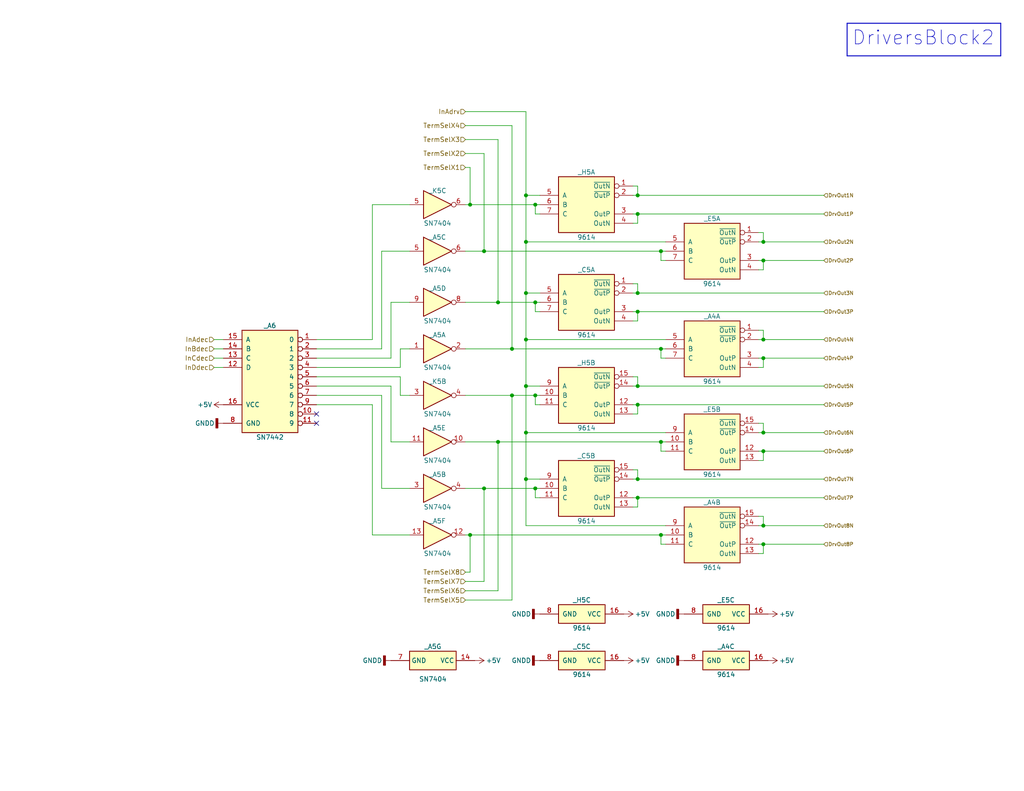
<source format=kicad_sch>
(kicad_sch (version 20230121) (generator eeschema)
  (paper "USLetter")
  (lib_symbols
    (symbol "local:9614" (pin_names (offset 1.016))
      (property "Reference" "U" (at 0 8.89 0))
      (property "Value" "9614" (at 0 -8.89 0))
      (symbol "9614_1_0"
        (pin bidirectional inverted (at 12.7 5.08 180) (length 5.08) (name "~{OutN}") (number "1"))
        (pin output inverted (at 12.7 2.54 180) (length 5.08) (name "~{OutP}") (number "2"))
        (pin output line (at 12.7 -2.54 180) (length 5.08) (name "OutP") (number "3"))
        (pin bidirectional line (at 12.7 -5.08 180) (length 5.08) (name "OutN") (number "4"))
        (pin input line (at -12.7 2.54 0) (length 5.08) (name "A") (number "5"))
        (pin input line (at -12.7 0 0) (length 5.08) (name "B") (number "6"))
        (pin input line (at -12.7 -2.54 0) (length 5.08) (name "C") (number "7"))
      )
      (symbol "9614_1_1"
        (rectangle (start -7.62 7.62) (end 7.62 -7.62) (stroke (width 0.254)) (fill (type background)))
      )
      (symbol "9614_2_0"
        (pin input line (at -12.7 0 0) (length 5.08) (name "B") (number "10"))
        (pin input line (at -12.7 -2.54 0) (length 5.08) (name "C") (number "11"))
        (pin output line (at 12.7 -2.54 180) (length 5.08) (name "OutP") (number "12"))
        (pin bidirectional line (at 12.7 -5.08 180) (length 5.08) (name "OutN") (number "13"))
        (pin output inverted (at 12.7 2.54 180) (length 5.08) (name "~{OutP}") (number "14"))
        (pin bidirectional inverted (at 12.7 5.08 180) (length 5.08) (name "~{OutN}") (number "15"))
        (pin input line (at -12.7 2.54 0) (length 5.08) (name "A") (number "9"))
      )
      (symbol "9614_2_1"
        (rectangle (start -7.62 7.62) (end 7.62 -7.62) (stroke (width 0.254)) (fill (type background)))
      )
      (symbol "9614_3_0"
        (pin power_in line (at 11.43 0 180) (length 5.08) (name "VCC") (number "16"))
        (pin power_in line (at -11.43 0 0) (length 5.08) (name "GND") (number "8"))
      )
      (symbol "9614_3_1"
        (rectangle (start -6.35 2.54) (end 6.35 -2.54) (stroke (width 0.254)) (fill (type background)))
      )
    )
    (symbol "local:SN7404"
      (property "Reference" "U" (at 0 3.81 0))
      (property "Value" "SN7404" (at 0 -5.08 0))
      (symbol "SN7404_1_0"
        (polyline (pts (xy -3.81 3.81) (xy -3.81 -3.81) (xy 3.81 0) (xy -3.81 3.81)) (stroke (width 0.254)) (fill (type background)))
        (pin input line (at -7.62 0 0) (length 3.81) (name "~") (number "1"))
        (pin output inverted (at 7.62 0 180) (length 3.81) (name "~") (number "2"))
      )
      (symbol "SN7404_2_0"
        (polyline (pts (xy -3.81 3.81) (xy -3.81 -3.81) (xy 3.81 0) (xy -3.81 3.81)) (stroke (width 0.254)) (fill (type background)))
        (pin input line (at -7.62 0 0) (length 3.81) (name "~") (number "3"))
        (pin output inverted (at 7.62 0 180) (length 3.81) (name "~") (number "4"))
      )
      (symbol "SN7404_3_0"
        (polyline (pts (xy -3.81 3.81) (xy -3.81 -3.81) (xy 3.81 0) (xy -3.81 3.81)) (stroke (width 0.254)) (fill (type background)))
        (pin input line (at -7.62 0 0) (length 3.81) (name "~") (number "5"))
        (pin output inverted (at 7.62 0 180) (length 3.81) (name "~") (number "6"))
      )
      (symbol "SN7404_4_0"
        (polyline (pts (xy -3.81 3.81) (xy -3.81 -3.81) (xy 3.81 0) (xy -3.81 3.81)) (stroke (width 0.254)) (fill (type background)))
        (pin output inverted (at 7.62 0 180) (length 3.81) (name "~") (number "8"))
        (pin input line (at -7.62 0 0) (length 3.81) (name "~") (number "9"))
      )
      (symbol "SN7404_5_0"
        (polyline (pts (xy -3.81 3.81) (xy -3.81 -3.81) (xy 3.81 0) (xy -3.81 3.81)) (stroke (width 0.254)) (fill (type background)))
        (pin output inverted (at 7.62 0 180) (length 3.81) (name "~") (number "10"))
        (pin input line (at -7.62 0 0) (length 3.81) (name "~") (number "11"))
      )
      (symbol "SN7404_6_0"
        (polyline (pts (xy -3.81 3.81) (xy -3.81 -3.81) (xy 3.81 0) (xy -3.81 3.81)) (stroke (width 0.254)) (fill (type background)))
        (pin output inverted (at 7.62 0 180) (length 3.81) (name "~") (number "12"))
        (pin input line (at -7.62 0 0) (length 3.81) (name "~") (number "13"))
      )
      (symbol "SN7404_7_0"
        (pin power_in line (at 11.43 0 180) (length 5.08) (name "VCC") (number "14"))
        (pin power_in line (at -11.43 0 0) (length 5.08) (name "GND") (number "7"))
      )
      (symbol "SN7404_7_1"
        (rectangle (start -6.35 2.54) (end 6.35 -2.54) (stroke (width 0.254)) (fill (type background)))
      )
    )
    (symbol "local:SN7442" (pin_names (offset 1.016))
      (property "Reference" "U" (at 0 13.97 0))
      (property "Value" "SN7442" (at 0 -16.51 0))
      (symbol "SN7442_1_0"
        (pin output inverted (at 12.7 10.16 180) (length 5.08) (name "0") (number "1"))
        (pin output inverted (at 12.7 -10.16 180) (length 5.08) (name "8") (number "10"))
        (pin output inverted (at 12.7 -12.7 180) (length 5.08) (name "9") (number "11"))
        (pin input line (at -12.7 2.54 0) (length 5.08) (name "D") (number "12"))
        (pin input line (at -12.7 5.08 0) (length 5.08) (name "C") (number "13"))
        (pin input line (at -12.7 7.62 0) (length 5.08) (name "B") (number "14"))
        (pin input line (at -12.7 10.16 0) (length 5.08) (name "A") (number "15"))
        (pin power_in line (at -12.7 -7.62 0) (length 5.08) (name "VCC") (number "16"))
        (pin output inverted (at 12.7 7.62 180) (length 5.08) (name "1") (number "2"))
        (pin output inverted (at 12.7 5.08 180) (length 5.08) (name "2") (number "3"))
        (pin output inverted (at 12.7 2.54 180) (length 5.08) (name "3") (number "4"))
        (pin output inverted (at 12.7 0 180) (length 5.08) (name "4") (number "5"))
        (pin output inverted (at 12.7 -2.54 180) (length 5.08) (name "5") (number "6"))
        (pin output inverted (at 12.7 -5.08 180) (length 5.08) (name "6") (number "7"))
        (pin power_in line (at -12.7 -12.7 0) (length 5.08) (name "GND") (number "8"))
        (pin output inverted (at 12.7 -7.62 180) (length 5.08) (name "7") (number "9"))
      )
      (symbol "SN7442_1_1"
        (rectangle (start -7.62 12.7) (end 7.62 -15.24) (stroke (width 0.254)) (fill (type background)))
      )
    )
    (symbol "power:+5V" (power) (pin_names (offset 0))
      (property "Value" "+5V" (at 0 3.556 0))
      (symbol "+5V_0_1"
        (polyline (pts (xy -0.762 1.27) (xy 0 2.54)))
        (polyline (pts (xy 0 0) (xy 0 2.54)))
        (polyline (pts (xy 0 2.54) (xy 0.762 1.27)))
      )
      (symbol "+5V_1_1"
        (pin power_in line (at 0 0 90) (length 0) hide (name "+5V") (number "1"))
      )
    )
    (symbol "power:GNDD" (power) (pin_names (offset 0))
      (property "Value" "GNDD" (at 0 -3.175 0))
      (symbol "GNDD_0_1"
        (rectangle (start -1.27 -1.524) (end 1.27 -2.032) (stroke (width 0.254)) (fill (type outline)))
        (polyline (pts (xy 0 0) (xy 0 -1.524)))
      )
      (symbol "GNDD_1_1"
        (pin power_in line (at 0 0 270) (length 0) hide (name "GNDD") (number "1"))
      )
    )
  )
  (junction (at 143.51 53.34))
  (junction (at 128.27 146.05))
  (junction (at 180.34 120.65))
  (junction (at 208.28 97.79))
  (junction (at 139.7 107.95))
  (junction (at 143.51 105.41))
  (junction (at 143.51 130.81))
  (junction (at 143.51 80.01))
  (junction (at 208.28 143.51))
  (junction (at 143.51 66.04))
  (junction (at 180.34 68.58))
  (junction (at 173.99 53.34))
  (junction (at 208.28 118.11))
  (junction (at 146.05 133.35))
  (junction (at 173.99 110.49))
  (junction (at 208.28 71.12))
  (junction (at 173.99 58.42))
  (junction (at 135.89 82.55))
  (junction (at 173.99 135.89))
  (junction (at 146.05 107.95))
  (junction (at 208.28 66.04))
  (junction (at 135.89 120.65))
  (junction (at 132.08 68.58))
  (junction (at 180.34 146.05))
  (junction (at 143.51 118.11))
  (junction (at 173.99 105.41))
  (junction (at 143.51 92.71))
  (junction (at 173.99 85.09))
  (junction (at 173.99 80.01))
  (junction (at 132.08 133.35))
  (junction (at 208.28 123.19))
  (junction (at 139.7 95.25))
  (junction (at 173.99 130.81))
  (junction (at 208.28 92.71))
  (junction (at 180.34 95.25))
  (junction (at 146.05 55.88))
  (junction (at 128.27 55.88))
  (junction (at 208.28 148.59))
  (junction (at 146.05 82.55))
  (no_connect (at 86.36 113.03))
  (no_connect (at 86.36 115.57))
  (wire (pts (xy 86.36 100.33) (xy 109.22 100.33)))
  (wire (pts (xy 173.99 53.34) (xy 224.79 53.34)))
  (wire (pts (xy 208.28 118.11) (xy 207.01 118.11)))
  (wire (pts (xy 180.34 71.12) (xy 180.34 68.58)))
  (wire (pts (xy 143.51 105.41) (xy 143.51 118.11)))
  (wire (pts (xy 208.28 92.71) (xy 224.79 92.71)))
  (wire (pts (xy 132.08 133.35) (xy 146.05 133.35)))
  (wire (pts (xy 208.28 148.59) (xy 207.01 148.59)))
  (wire (pts (xy 181.61 97.79) (xy 180.34 97.79)))
  (wire (pts (xy 173.99 130.81) (xy 224.79 130.81)))
  (polyline (pts (xy 273.05 15.24) (xy 273.05 6.35)) (stroke (width 0.254) (type solid)))
  (wire (pts (xy 104.14 107.95) (xy 104.14 133.35)))
  (wire (pts (xy 208.28 66.04) (xy 224.79 66.04)))
  (wire (pts (xy 139.7 34.29) (xy 139.7 95.25)))
  (wire (pts (xy 207.01 73.66) (xy 208.28 73.66)))
  (wire (pts (xy 147.32 110.49) (xy 146.05 110.49)))
  (wire (pts (xy 172.72 80.01) (xy 173.99 80.01)))
  (wire (pts (xy 146.05 85.09) (xy 146.05 82.55)))
  (wire (pts (xy 146.05 55.88) (xy 147.32 55.88)))
  (wire (pts (xy 172.72 138.43) (xy 173.99 138.43)))
  (wire (pts (xy 128.27 156.21) (xy 128.27 146.05)))
  (wire (pts (xy 128.27 55.88) (xy 146.05 55.88)))
  (wire (pts (xy 173.99 128.27) (xy 173.99 130.81)))
  (wire (pts (xy 181.61 95.25) (xy 180.34 95.25)))
  (wire (pts (xy 58.42 92.71) (xy 60.96 92.71)))
  (wire (pts (xy 143.51 30.48) (xy 127 30.48)))
  (wire (pts (xy 127 120.65) (xy 135.89 120.65)))
  (wire (pts (xy 143.51 92.71) (xy 143.51 105.41)))
  (wire (pts (xy 208.28 92.71) (xy 207.01 92.71)))
  (wire (pts (xy 127 55.88) (xy 128.27 55.88)))
  (wire (pts (xy 147.32 58.42) (xy 146.05 58.42)))
  (wire (pts (xy 180.34 68.58) (xy 181.61 68.58)))
  (wire (pts (xy 173.99 102.87) (xy 173.99 105.41)))
  (wire (pts (xy 101.6 92.71) (xy 101.6 55.88)))
  (wire (pts (xy 127 146.05) (xy 128.27 146.05)))
  (polyline (pts (xy 273.05 6.35) (xy 231.14 6.35)))
  (wire (pts (xy 146.05 110.49) (xy 146.05 107.95)))
  (polyline (pts (xy 231.14 15.24) (xy 273.05 15.24)) (stroke (width 0.254) (type solid)))
  (wire (pts (xy 208.28 143.51) (xy 207.01 143.51)))
  (wire (pts (xy 180.34 97.79) (xy 180.34 95.25)))
  (wire (pts (xy 135.89 161.29) (xy 135.89 120.65)))
  (wire (pts (xy 104.14 95.25) (xy 104.14 68.58)))
  (wire (pts (xy 173.99 58.42) (xy 224.79 58.42)))
  (wire (pts (xy 172.72 58.42) (xy 173.99 58.42)))
  (wire (pts (xy 139.7 163.83) (xy 139.7 107.95)))
  (wire (pts (xy 128.27 45.72) (xy 128.27 55.88)))
  (wire (pts (xy 86.36 102.87) (xy 109.22 102.87)))
  (wire (pts (xy 208.28 115.57) (xy 208.28 118.11)))
  (wire (pts (xy 207.01 90.17) (xy 208.28 90.17)))
  (wire (pts (xy 127 41.91) (xy 132.08 41.91)))
  (wire (pts (xy 173.99 138.43) (xy 173.99 135.89)))
  (wire (pts (xy 208.28 66.04) (xy 207.01 66.04)))
  (wire (pts (xy 60.96 100.33) (xy 58.42 100.33)))
  (wire (pts (xy 172.72 102.87) (xy 173.99 102.87)))
  (wire (pts (xy 86.36 107.95) (xy 104.14 107.95)))
  (wire (pts (xy 139.7 95.25) (xy 127 95.25)))
  (wire (pts (xy 207.01 125.73) (xy 208.28 125.73)))
  (wire (pts (xy 208.28 118.11) (xy 224.79 118.11)))
  (wire (pts (xy 172.72 50.8) (xy 173.99 50.8)))
  (wire (pts (xy 173.99 105.41) (xy 224.79 105.41)))
  (wire (pts (xy 172.72 113.03) (xy 173.99 113.03)))
  (wire (pts (xy 172.72 87.63) (xy 173.99 87.63)))
  (wire (pts (xy 106.68 105.41) (xy 106.68 120.65)))
  (wire (pts (xy 208.28 63.5) (xy 208.28 66.04)))
  (wire (pts (xy 132.08 68.58) (xy 180.34 68.58)))
  (wire (pts (xy 109.22 102.87) (xy 109.22 107.95)))
  (wire (pts (xy 173.99 77.47) (xy 173.99 80.01)))
  (wire (pts (xy 208.28 140.97) (xy 208.28 143.51)))
  (wire (pts (xy 86.36 92.71) (xy 101.6 92.71)))
  (wire (pts (xy 143.51 118.11) (xy 143.51 130.81)))
  (wire (pts (xy 180.34 120.65) (xy 181.61 120.65)))
  (wire (pts (xy 173.99 85.09) (xy 224.79 85.09)))
  (wire (pts (xy 173.99 110.49) (xy 224.79 110.49)))
  (wire (pts (xy 101.6 55.88) (xy 111.76 55.88)))
  (wire (pts (xy 173.99 135.89) (xy 224.79 135.89)))
  (wire (pts (xy 139.7 107.95) (xy 146.05 107.95)))
  (wire (pts (xy 181.61 123.19) (xy 180.34 123.19)))
  (wire (pts (xy 208.28 71.12) (xy 224.79 71.12)))
  (wire (pts (xy 207.01 115.57) (xy 208.28 115.57)))
  (wire (pts (xy 207.01 140.97) (xy 208.28 140.97)))
  (wire (pts (xy 146.05 133.35) (xy 147.32 133.35)))
  (wire (pts (xy 127 161.29) (xy 135.89 161.29)))
  (wire (pts (xy 172.72 77.47) (xy 173.99 77.47)))
  (wire (pts (xy 109.22 100.33) (xy 109.22 95.25)))
  (wire (pts (xy 208.28 148.59) (xy 224.79 148.59)))
  (wire (pts (xy 132.08 41.91) (xy 132.08 68.58)))
  (wire (pts (xy 146.05 107.95) (xy 147.32 107.95)))
  (wire (pts (xy 208.28 100.33) (xy 208.28 97.79)))
  (wire (pts (xy 208.28 73.66) (xy 208.28 71.12)))
  (wire (pts (xy 86.36 105.41) (xy 106.68 105.41)))
  (wire (pts (xy 172.72 130.81) (xy 173.99 130.81)))
  (wire (pts (xy 147.32 53.34) (xy 143.51 53.34)))
  (wire (pts (xy 127 133.35) (xy 132.08 133.35)))
  (wire (pts (xy 60.96 95.25) (xy 58.42 95.25)))
  (wire (pts (xy 172.72 105.41) (xy 173.99 105.41)))
  (wire (pts (xy 106.68 97.79) (xy 106.68 82.55)))
  (wire (pts (xy 127 34.29) (xy 139.7 34.29)))
  (wire (pts (xy 106.68 82.55) (xy 111.76 82.55)))
  (wire (pts (xy 143.51 30.48) (xy 143.51 53.34)))
  (wire (pts (xy 146.05 82.55) (xy 147.32 82.55)))
  (wire (pts (xy 172.72 110.49) (xy 173.99 110.49)))
  (wire (pts (xy 132.08 158.75) (xy 132.08 133.35)))
  (wire (pts (xy 127 38.1) (xy 135.89 38.1)))
  (wire (pts (xy 208.28 71.12) (xy 207.01 71.12)))
  (wire (pts (xy 101.6 146.05) (xy 111.76 146.05)))
  (wire (pts (xy 173.99 60.96) (xy 173.99 58.42)))
  (wire (pts (xy 181.61 66.04) (xy 143.51 66.04)))
  (wire (pts (xy 127 158.75) (xy 132.08 158.75)))
  (wire (pts (xy 109.22 107.95) (xy 111.76 107.95)))
  (wire (pts (xy 181.61 71.12) (xy 180.34 71.12)))
  (wire (pts (xy 86.36 95.25) (xy 104.14 95.25)))
  (wire (pts (xy 143.51 53.34) (xy 143.51 66.04)))
  (wire (pts (xy 146.05 58.42) (xy 146.05 55.88)))
  (polyline (pts (xy 273.05 6.35) (xy 231.14 6.35)) (stroke (width 0.254) (type solid)))
  (wire (pts (xy 127 163.83) (xy 139.7 163.83)))
  (wire (pts (xy 106.68 120.65) (xy 111.76 120.65)))
  (wire (pts (xy 181.61 143.51) (xy 143.51 143.51)))
  (wire (pts (xy 181.61 148.59) (xy 180.34 148.59)))
  (wire (pts (xy 86.36 110.49) (xy 101.6 110.49)))
  (wire (pts (xy 143.51 143.51) (xy 143.51 130.81)))
  (wire (pts (xy 127 107.95) (xy 139.7 107.95)))
  (wire (pts (xy 208.28 97.79) (xy 207.01 97.79)))
  (wire (pts (xy 172.72 60.96) (xy 173.99 60.96)))
  (wire (pts (xy 58.42 97.79) (xy 60.96 97.79)))
  (wire (pts (xy 147.32 80.01) (xy 143.51 80.01)))
  (wire (pts (xy 104.14 133.35) (xy 111.76 133.35)))
  (wire (pts (xy 143.51 80.01) (xy 143.51 92.71)))
  (wire (pts (xy 180.34 123.19) (xy 180.34 120.65)))
  (wire (pts (xy 109.22 95.25) (xy 111.76 95.25)))
  (wire (pts (xy 147.32 105.41) (xy 143.51 105.41)))
  (wire (pts (xy 207.01 63.5) (xy 208.28 63.5)))
  (polyline (pts (xy 231.14 6.35) (xy 231.14 15.24)) (stroke (width 0.254) (type solid)))
  (wire (pts (xy 172.72 128.27) (xy 173.99 128.27)))
  (wire (pts (xy 208.28 143.51) (xy 224.79 143.51)))
  (wire (pts (xy 181.61 118.11) (xy 143.51 118.11)))
  (wire (pts (xy 172.72 135.89) (xy 173.99 135.89)))
  (wire (pts (xy 180.34 148.59) (xy 180.34 146.05)))
  (wire (pts (xy 173.99 113.03) (xy 173.99 110.49)))
  (wire (pts (xy 146.05 135.89) (xy 146.05 133.35)))
  (wire (pts (xy 127 45.72) (xy 128.27 45.72)))
  (wire (pts (xy 173.99 87.63) (xy 173.99 85.09)))
  (wire (pts (xy 127 68.58) (xy 132.08 68.58)))
  (wire (pts (xy 104.14 68.58) (xy 111.76 68.58)))
  (wire (pts (xy 127 156.21) (xy 128.27 156.21)))
  (wire (pts (xy 101.6 110.49) (xy 101.6 146.05)))
  (wire (pts (xy 135.89 38.1) (xy 135.89 82.55)))
  (wire (pts (xy 173.99 80.01) (xy 224.79 80.01)))
  (wire (pts (xy 208.28 125.73) (xy 208.28 123.19)))
  (wire (pts (xy 128.27 146.05) (xy 180.34 146.05)))
  (wire (pts (xy 208.28 90.17) (xy 208.28 92.71)))
  (wire (pts (xy 173.99 50.8) (xy 173.99 53.34)))
  (wire (pts (xy 181.61 92.71) (xy 143.51 92.71)))
  (wire (pts (xy 208.28 151.13) (xy 208.28 148.59)))
  (wire (pts (xy 86.36 97.79) (xy 106.68 97.79)))
  (wire (pts (xy 135.89 82.55) (xy 146.05 82.55)))
  (wire (pts (xy 127 82.55) (xy 135.89 82.55)))
  (wire (pts (xy 143.51 130.81) (xy 147.32 130.81)))
  (wire (pts (xy 180.34 146.05) (xy 181.61 146.05)))
  (wire (pts (xy 180.34 95.25) (xy 139.7 95.25)))
  (wire (pts (xy 172.72 53.34) (xy 173.99 53.34)))
  (wire (pts (xy 143.51 66.04) (xy 143.51 80.01)))
  (wire (pts (xy 147.32 135.89) (xy 146.05 135.89)))
  (wire (pts (xy 208.28 97.79) (xy 224.79 97.79)))
  (wire (pts (xy 147.32 85.09) (xy 146.05 85.09)))
  (wire (pts (xy 208.28 123.19) (xy 224.79 123.19)))
  (wire (pts (xy 207.01 151.13) (xy 208.28 151.13)))
  (wire (pts (xy 207.01 100.33) (xy 208.28 100.33)))
  (wire (pts (xy 208.28 123.19) (xy 207.01 123.19)))
  (wire (pts (xy 135.89 120.65) (xy 180.34 120.65)))
  (wire (pts (xy 172.72 85.09) (xy 173.99 85.09)))
  (text "DriversBlock2" (at 232.41 12.7 0) (effects (font (size 3.81 3.81)) (justify left bottom)))
  (hierarchical_label "TermSelX1" (shape input) (at 127 45.72 180))
  (hierarchical_label "DrvOut4N" (shape input) (at 224.79 92.71 0) (effects (font (size 0.9906 0.9906))))
  (hierarchical_label "TermSelX7" (shape input) (at 127 158.75 180))
  (hierarchical_label "DrvOut1P" (shape input) (at 224.79 58.42 0) (effects (font (size 0.9906 0.9906))))
  (hierarchical_label "DrvOut2N" (shape input) (at 224.79 66.04 0) (effects (font (size 0.9906 0.9906))))
  (hierarchical_label "TermSelX2" (shape input) (at 127 41.91 180))
  (hierarchical_label "DrvOut7P" (shape input) (at 224.79 135.89 0) (effects (font (size 0.9906 0.9906))))
  (hierarchical_label "DrvOut2P" (shape input) (at 224.79 71.12 0) (effects (font (size 0.9906 0.9906))))
  (hierarchical_label "DrvOut8N" (shape input) (at 224.79 143.51 0) (effects (font (size 0.9906 0.9906))))
  (hierarchical_label "TermSelX4" (shape input) (at 127 34.29 180))
  (hierarchical_label "DrvOut1N" (shape input) (at 224.79 53.34 0) (effects (font (size 0.9906 0.9906))))
  (hierarchical_label "DrvOut8P" (shape input) (at 224.79 148.59 0) (effects (font (size 0.9906 0.9906))))
  (hierarchical_label "InAdec" (shape input) (at 58.42 92.71 180))
  (hierarchical_label "DrvOut4P" (shape input) (at 224.79 97.79 0) (effects (font (size 0.9906 0.9906))))
  (hierarchical_label "DrvOut7N" (shape input) (at 224.79 130.81 0) (effects (font (size 0.9906 0.9906))))
  (hierarchical_label "DrvOut5P" (shape input) (at 224.79 110.49 0) (effects (font (size 0.9906 0.9906))))
  (hierarchical_label "TermSelX5" (shape input) (at 127 163.83 180))
  (hierarchical_label "TermSelX8" (shape input) (at 127 156.21 180))
  (hierarchical_label "DrvOut6N" (shape input) (at 224.79 118.11 0) (effects (font (size 0.9906 0.9906))))
  (hierarchical_label "DrvOut3N" (shape input) (at 224.79 80.01 0) (effects (font (size 0.9906 0.9906))))
  (hierarchical_label "DrvOut5N" (shape input) (at 224.79 105.41 0) (effects (font (size 0.9906 0.9906))))
  (hierarchical_label "TermSelX3" (shape input) (at 127 38.1 180))
  (hierarchical_label "TermSelX6" (shape input) (at 127 161.29 180))
  (hierarchical_label "InBdec" (shape input) (at 58.42 95.25 180))
  (hierarchical_label "InDdec" (shape input) (at 58.42 100.33 180))
  (hierarchical_label "DrvOut6P" (shape input) (at 224.79 123.19 0) (effects (font (size 0.9906 0.9906))))
  (hierarchical_label "InAdrv" (shape input) (at 127 30.48 180))
  (hierarchical_label "DrvOut3P" (shape input) (at 224.79 85.09 0) (effects (font (size 0.9906 0.9906))))
  (hierarchical_label "InCdec" (shape input) (at 58.42 97.79 180))
  (symbol (lib_id "local:SN7404") (at 119.38 55.88 0) (unit 3)
    (property "Reference" "_K5" (at 119.38 52.07 0))
    (property "Value" "SN7404" (at 119.38 60.96 0))
    (property "Footprint" "local:DIP-14_W7.62mm" (effects hide))
    (instances (project "HexPerTerminal" (path "" (reference "_K5") (unit 3)) (path "" (reference "5Z?") (unit 3))))
  )
  (symbol (lib_id "local:SN7442") (at 73.66 102.87 0) (unit 1)
    (property "Reference" "_A6" (at 73.66 88.9 0))
    (property "Value" "SN7442" (at 73.66 119.38 0))
    (property "Footprint" "local:DIP-16_W7.62mm" (effects hide))
    (instances (project "HexPerTerminal" (path "" (reference "_A6") (unit 1)) (path "" (reference "6Z") (unit 1))))
  )
  (symbol (lib_id "local:SN7404") (at 119.38 146.05 0) (unit 6)
    (property "Reference" "_A5" (at 119.38 142.24 0))
    (property "Value" "SN7404" (at 119.38 151.13 0))
    (property "Footprint" "local:DIP-14_W7.62mm" (effects hide))
    (instances (project "HexPerTerminal" (path "" (reference "_A5") (unit 6)) (path "" (reference "5Z") (unit 6))))
  )
  (symbol (lib_id "local:9614") (at 160.02 82.55 0) (unit 1)
    (property "Reference" "_C5" (at 160.02 73.66 0))
    (property "Value" "9614" (at 160.02 91.44 0))
    (property "Footprint" "local:DIP-16_W7.62mm" (effects hide))
    (instances (project "HexPerTerminal" (path "" (reference "_C5") (unit 1)) (path "" (reference "5T") (unit 1))))
  )
  (symbol (lib_id "local:9614") (at 160.02 133.35 0) (unit 2)
    (property "Reference" "_C5" (at 160.02 124.46 0))
    (property "Value" "9614" (at 160.02 142.24 0))
    (property "Footprint" "local:DIP-16_W7.62mm" (effects hide))
    (instances (project "HexPerTerminal" (path "" (reference "_C5") (unit 2)) (path "" (reference "5T") (unit 2))))
  )
  (symbol (lib_id "local:9614") (at 158.75 180.34 0) (unit 3)
    (property "Reference" "_C5" (at 158.75 176.53 0))
    (property "Value" "9614" (at 158.75 184.15 0))
    (property "Footprint" "local:DIP-16_W7.62mm" (effects hide))
    (instances (project "HexPerTerminal" (path "" (reference "_C5") (unit 3)) (path "" (reference "5T") (unit 3))))
  )
  (symbol (lib_id "local:9614") (at 194.31 68.58 0) (unit 1)
    (property "Reference" "_E5" (at 194.31 59.69 0))
    (property "Value" "9614" (at 194.31 77.47 0))
    (property "Footprint" "local:DIP-16_W7.62mm" (effects hide))
    (instances (project "HexPerTerminal" (path "" (reference "_E5") (unit 1)) (path "" (reference "5V") (unit 1))))
  )
  (symbol (lib_id "local:9614") (at 194.31 120.65 0) (unit 2)
    (property "Reference" "_E5" (at 194.31 111.76 0))
    (property "Value" "9614" (at 194.31 129.54 0))
    (property "Footprint" "local:DIP-16_W7.62mm" (effects hide))
    (instances (project "HexPerTerminal" (path "" (reference "_E5") (unit 2)) (path "" (reference "5V") (unit 2))))
  )
  (symbol (lib_id "local:9614") (at 198.12 167.64 0) (unit 3)
    (property "Reference" "_E5" (at 198.12 163.83 0))
    (property "Value" "9614" (at 198.12 171.45 0))
    (property "Footprint" "local:DIP-16_W7.62mm" (effects hide))
    (instances (project "HexPerTerminal" (path "" (reference "_E5") (unit 3)) (path "" (reference "5V") (unit 3))))
  )
  (symbol (lib_id "local:SN7404") (at 119.38 120.65 0) (unit 5)
    (property "Reference" "_A5" (at 119.38 116.84 0))
    (property "Value" "SN7404" (at 119.38 125.73 0))
    (property "Footprint" "local:DIP-14_W7.62mm" (effects hide))
    (instances (project "HexPerTerminal" (path "" (reference "_A5") (unit 5)) (path "" (reference "5K") (unit 5))))
  )
  (symbol (lib_id "local:SN7404") (at 118.11 180.34 0) (unit 7)
    (property "Reference" "_A5" (at 118.11 176.53 0))
    (property "Value" "SN7404" (at 118.11 185.42 0))
    (property "Footprint" "local:DIP-14_W7.62mm" (effects hide))
  )
  (symbol (lib_id "power:GNDD") (at 106.68 180.34 270) (unit 1)
    (property "Reference" "#PWR?" (effects hide))
    (property "Value" "GNDD" (at 101.6 180.34 90))
    (instances (project "HexPerTerminal" (path "" (reference "#PWR?") (unit 1)) (path "" (reference "#PWR0171") (unit 1)) (path "" (reference "#PWR?") (unit 1)) (path "" (reference "#PWR?") (unit 1))))
  )
  (symbol (lib_id "power:+5V") (at 129.54 180.34 270) (unit 1)
    (property "Reference" "#PWR?" (effects hide))
    (property "Value" "+5V" (at 134.62 180.34 90))
    (instances (project "HexPerTerminal" (path "" (reference "#PWR?") (unit 1)) (path "" (reference "#PWR0172") (unit 1)) (path "" (reference "#PWR?") (unit 1)) (path "" (reference "#PWR?") (unit 1))))
  )
  (symbol (lib_id "local:SN7404") (at 119.38 133.35 0) (unit 2)
    (property "Reference" "_A5" (at 119.38 129.54 0))
    (property "Value" "SN7404" (at 119.38 138.43 0))
    (property "Footprint" "local:DIP-14_W7.62mm" (effects hide))
    (instances (project "HexPerTerminal" (path "" (reference "_A5") (unit 2)) (path "" (reference "_K?") (unit 2))))
  )
  (symbol (lib_id "power:GNDD") (at 147.32 180.34 270) (unit 1)
    (property "Reference" "#PWR?" (effects hide))
    (property "Value" "GNDD" (at 142.24 180.34 90))
    (instances (project "HexPerTerminal" (path "" (reference "#PWR?") (unit 1)) (path "" (reference "#PWR0163") (unit 1)) (path "" (reference "#PWR?") (unit 1)) (path "" (reference "#PWR?") (unit 1))))
  )
  (symbol (lib_id "power:GNDD") (at 186.69 180.34 270) (unit 1)
    (property "Reference" "#PWR?" (effects hide))
    (property "Value" "GNDD" (at 181.61 180.34 90))
    (instances (project "HexPerTerminal" (path "" (reference "#PWR?") (unit 1)) (path "" (reference "#PWR0167") (unit 1)) (path "" (reference "#PWR?") (unit 1)) (path "" (reference "#PWR?") (unit 1))))
  )
  (symbol (lib_id "power:+5V") (at 209.55 180.34 270) (unit 1)
    (property "Reference" "#PWR?" (effects hide))
    (property "Value" "+5V" (at 214.63 180.34 90))
    (instances (project "HexPerTerminal" (path "" (reference "#PWR?") (unit 1)) (path "" (reference "#PWR0168") (unit 1)) (path "" (reference "#PWR?") (unit 1)) (path "" (reference "#PWR?") (unit 1))))
  )
  (symbol (lib_id "local:9614") (at 160.02 55.88 0) (unit 1)
    (property "Reference" "_H5" (at 160.02 46.99 0))
    (property "Value" "9614" (at 160.02 64.77 0))
    (property "Footprint" "local:DIP-16_W7.62mm" (effects hide))
    (instances (project "HexPerTerminal" (path "" (reference "_H5") (unit 1)) (path "" (reference "5X") (unit 1))))
  )
  (symbol (lib_id "local:9614") (at 160.02 107.95 0) (unit 2)
    (property "Reference" "_H5" (at 160.02 99.06 0))
    (property "Value" "9614" (at 160.02 116.84 0))
    (property "Footprint" "local:DIP-16_W7.62mm" (effects hide))
    (instances (project "HexPerTerminal" (path "" (reference "_H5") (unit 2)) (path "" (reference "5X") (unit 2))))
  )
  (symbol (lib_id "local:9614") (at 158.75 167.64 0) (unit 3)
    (property "Reference" "_H5" (at 158.75 163.83 0))
    (property "Value" "9614" (at 158.75 171.45 0))
    (property "Footprint" "local:DIP-16_W7.62mm" (effects hide))
    (instances (project "HexPerTerminal" (path "" (reference "_H5") (unit 3)) (path "" (reference "5X") (unit 3))))
  )
  (symbol (lib_id "local:SN7404") (at 119.38 95.25 0) (unit 1)
    (property "Reference" "_A5" (at 119.38 91.44 0))
    (property "Value" "SN7404" (at 119.38 100.33 0))
    (property "Footprint" "local:DIP-14_W7.62mm" (effects hide))
    (instances (project "HexPerTerminal" (path "" (reference "_A5") (unit 1)) (path "" (reference "5Z") (unit 1))))
  )
  (symbol (lib_id "local:SN7404") (at 119.38 107.95 0) (unit 2)
    (property "Reference" "_K5" (at 119.38 104.14 0))
    (property "Value" "SN7404" (at 119.38 113.03 0))
    (property "Footprint" "local:DIP-14_W7.62mm" (effects hide))
    (instances (project "HexPerTerminal" (path "" (reference "_K5") (unit 2)) (path "" (reference "5Z") (unit 2))))
  )
  (symbol (lib_id "local:SN7404") (at 119.38 68.58 0) (unit 3)
    (property "Reference" "_A5" (at 119.38 64.77 0))
    (property "Value" "SN7404" (at 119.38 73.66 0))
    (property "Footprint" "local:DIP-14_W7.62mm" (effects hide))
    (instances (project "HexPerTerminal" (path "" (reference "_A5") (unit 3)) (path "" (reference "5Z") (unit 3))))
  )
  (symbol (lib_id "local:9614") (at 194.31 95.25 0) (unit 1)
    (property "Reference" "_A4" (at 194.31 86.36 0))
    (property "Value" "9614" (at 194.31 104.14 0))
    (property "Footprint" "local:DIP-16_W7.62mm" (effects hide))
    (instances (project "HexPerTerminal" (path "" (reference "_A4") (unit 1)) (path "" (reference "5R") (unit 1))))
  )
  (symbol (lib_id "local:9614") (at 194.31 146.05 0) (unit 2)
    (property "Reference" "_A4" (at 194.31 137.16 0))
    (property "Value" "9614" (at 194.31 154.94 0))
    (property "Footprint" "local:DIP-16_W7.62mm" (effects hide))
    (instances (project "HexPerTerminal" (path "" (reference "_A4") (unit 2)) (path "" (reference "5R") (unit 2))))
  )
  (symbol (lib_id "local:9614") (at 198.12 180.34 0) (unit 3)
    (property "Reference" "_A4" (at 198.12 176.53 0))
    (property "Value" "9614" (at 198.12 184.15 0))
    (property "Footprint" "local:DIP-16_W7.62mm" (effects hide))
    (instances (project "HexPerTerminal" (path "" (reference "_A4") (unit 3)) (path "" (reference "5R") (unit 3))))
  )
  (symbol (lib_id "local:SN7404") (at 119.38 82.55 0) (unit 4)
    (property "Reference" "_A5" (at 119.38 78.74 0))
    (property "Value" "SN7404" (at 119.38 87.63 0))
    (property "Footprint" "local:DIP-14_W7.62mm" (effects hide))
    (instances (project "HexPerTerminal" (path "" (reference "_A5") (unit 4)) (path "" (reference "5K") (unit 4))))
  )
  (symbol (lib_id "power:GNDD") (at 147.32 167.64 270) (unit 1)
    (property "Reference" "#PWR?" (effects hide))
    (property "Value" "GNDD" (at 142.24 167.64 90))
    (instances (project "HexPerTerminal" (path "" (reference "#PWR?") (unit 1)) (path "" (reference "#PWR0161") (unit 1)) (path "" (reference "#PWR?") (unit 1)) (path "" (reference "#PWR?") (unit 1))))
  )
  (symbol (lib_id "power:+5V") (at 170.18 167.64 270) (unit 1)
    (property "Reference" "#PWR?" (effects hide))
    (property "Value" "+5V" (at 175.26 167.64 90))
    (instances (project "HexPerTerminal" (path "" (reference "#PWR?") (unit 1)) (path "" (reference "#PWR0162") (unit 1)) (path "" (reference "#PWR?") (unit 1)) (path "" (reference "#PWR?") (unit 1))))
  )
  (symbol (lib_id "power:+5V") (at 170.18 180.34 270) (unit 1)
    (property "Reference" "#PWR?" (effects hide))
    (property "Value" "+5V" (at 175.26 180.34 90))
    (instances (project "HexPerTerminal" (path "" (reference "#PWR?") (unit 1)) (path "" (reference "#PWR0164") (unit 1)) (path "" (reference "#PWR?") (unit 1)) (path "" (reference "#PWR?") (unit 1))))
  )
  (symbol (lib_id "power:GNDD") (at 186.69 167.64 270) (unit 1)
    (property "Reference" "#PWR?" (effects hide))
    (property "Value" "GNDD" (at 181.61 167.64 90))
    (instances (project "HexPerTerminal" (path "" (reference "#PWR?") (unit 1)) (path "" (reference "#PWR0165") (unit 1)) (path "" (reference "#PWR?") (unit 1)) (path "" (reference "#PWR?") (unit 1))))
  )
  (symbol (lib_id "power:+5V") (at 209.55 167.64 270) (unit 1)
    (property "Reference" "#PWR?" (effects hide))
    (property "Value" "+5V" (at 214.63 167.64 90))
    (instances (project "HexPerTerminal" (path "" (reference "#PWR?") (unit 1)) (path "" (reference "#PWR0166") (unit 1)) (path "" (reference "#PWR?") (unit 1)) (path "" (reference "#PWR?") (unit 1))))
  )
  (symbol (lib_id "power:GNDD") (at 60.96 115.57 270) (unit 1)
    (property "Reference" "#PWR?" (effects hide))
    (property "Value" "GNDD" (at 55.88 115.57 90))
    (instances (project "HexPerTerminal" (path "" (reference "#PWR?") (unit 1)) (path "" (reference "#PWR0169") (unit 1)) (path "" (reference "#PWR?") (unit 1)) (path "" (reference "#PWR?") (unit 1))))
  )
  (symbol (lib_id "power:+5V") (at 60.96 110.49 90) (unit 1)
    (property "Reference" "#PWR?" (effects hide))
    (property "Value" "+5V" (at 55.88 110.49 90))
    (instances (project "HexPerTerminal" (path "" (reference "#PWR?") (unit 1)) (path "" (reference "#PWR0170") (unit 1)) (path "" (reference "#PWR?") (unit 1)) (path "" (reference "#PWR?") (unit 1))))
  )
)
</source>
